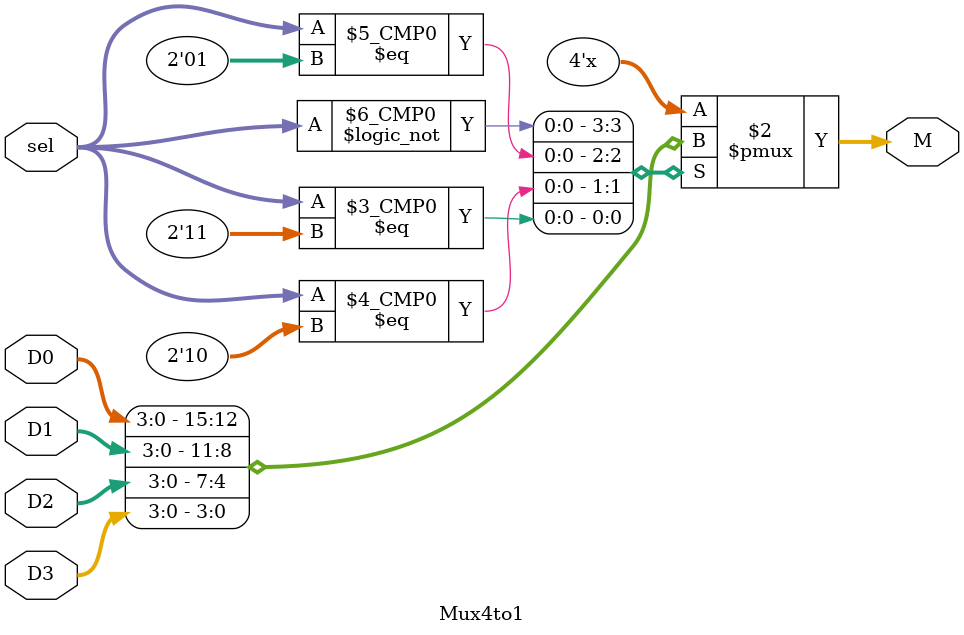
<source format=v>
`timescale 1ns / 1ns


module Mux4to1 #(parameter N=4) (output reg [N-1:0] M,input [1:0] sel,input[N-1:0] D0,input[N-1:0] D1,input[N-1:0] D2,input[N-1:0] D3);
    always @(sel)
    case (sel)
        2'd0 : M = D0;
        2'd1 : M = D1;
        2'd2 : M = D2;
        2'd3 : M = D3;
    endcase
endmodule

</source>
